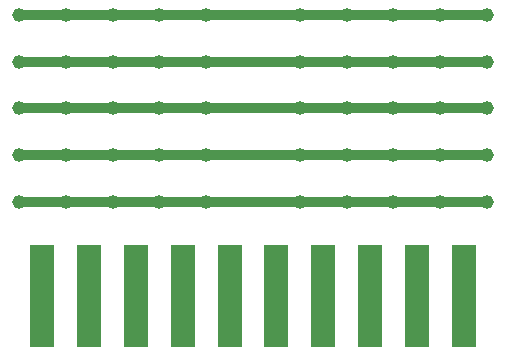
<source format=gbl>
G75*
%MOIN*%
%OFA0B0*%
%FSLAX25Y25*%
%IPPOS*%
%LPD*%
%AMOC8*
5,1,8,0,0,1.08239X$1,22.5*
%
%ADD10R,0.08000X0.34000*%
%ADD11C,0.04600*%
%ADD12C,0.03200*%
D10*
X0031050Y0018400D03*
X0046650Y0018400D03*
X0062250Y0018400D03*
X0077850Y0018400D03*
X0093450Y0018400D03*
X0109050Y0018400D03*
X0124650Y0018400D03*
X0140250Y0018400D03*
X0155850Y0018400D03*
X0171450Y0018400D03*
D11*
X0163650Y0049600D03*
X0148050Y0049600D03*
X0132450Y0049600D03*
X0116850Y0049600D03*
X0116850Y0065200D03*
X0132450Y0065200D03*
X0148050Y0065200D03*
X0163650Y0065200D03*
X0179250Y0065200D03*
X0179250Y0049600D03*
X0179250Y0080800D03*
X0163650Y0080800D03*
X0148050Y0080800D03*
X0132450Y0080800D03*
X0116850Y0080800D03*
X0116850Y0096400D03*
X0132450Y0096400D03*
X0148050Y0096400D03*
X0163650Y0096400D03*
X0179250Y0096400D03*
X0179250Y0112000D03*
X0163650Y0112000D03*
X0148050Y0112000D03*
X0132450Y0112000D03*
X0116850Y0112000D03*
X0085650Y0112000D03*
X0070050Y0112000D03*
X0054450Y0112000D03*
X0038850Y0112000D03*
X0023250Y0112000D03*
X0023250Y0096400D03*
X0038850Y0096400D03*
X0054450Y0096400D03*
X0070050Y0096400D03*
X0085650Y0096400D03*
X0085650Y0080800D03*
X0070050Y0080800D03*
X0054450Y0080800D03*
X0038850Y0080800D03*
X0023250Y0080800D03*
X0023250Y0065200D03*
X0038850Y0065200D03*
X0054450Y0065200D03*
X0070050Y0065200D03*
X0085650Y0065200D03*
X0085650Y0049600D03*
X0070050Y0049600D03*
X0054450Y0049600D03*
X0038850Y0049600D03*
X0023250Y0049600D03*
D12*
X0038850Y0049600D01*
X0054450Y0049600D01*
X0070050Y0049600D01*
X0085650Y0049600D01*
X0116850Y0049600D01*
X0132450Y0049600D01*
X0148050Y0049600D01*
X0163650Y0049600D01*
X0179250Y0049600D01*
X0179250Y0065200D02*
X0163650Y0065200D01*
X0148050Y0065200D01*
X0132450Y0065200D01*
X0116850Y0065200D01*
X0085650Y0065200D01*
X0070050Y0065200D01*
X0054450Y0065200D01*
X0038850Y0065200D01*
X0023250Y0065200D01*
X0023250Y0080800D02*
X0038850Y0080800D01*
X0054450Y0080800D01*
X0070050Y0080800D01*
X0085650Y0080800D01*
X0116850Y0080800D01*
X0132450Y0080800D01*
X0148050Y0080800D01*
X0163650Y0080800D01*
X0179250Y0080800D01*
X0179250Y0096400D02*
X0163650Y0096400D01*
X0148050Y0096400D01*
X0132450Y0096400D01*
X0116850Y0096400D01*
X0085650Y0096400D01*
X0070050Y0096400D01*
X0054450Y0096400D01*
X0038850Y0096400D01*
X0023250Y0096400D01*
X0023250Y0112000D02*
X0038850Y0112000D01*
X0054450Y0112000D01*
X0070050Y0112000D01*
X0085650Y0112000D01*
X0116850Y0112000D01*
X0132450Y0112000D01*
X0148050Y0112000D01*
X0163650Y0112000D01*
X0179250Y0112000D01*
M02*

</source>
